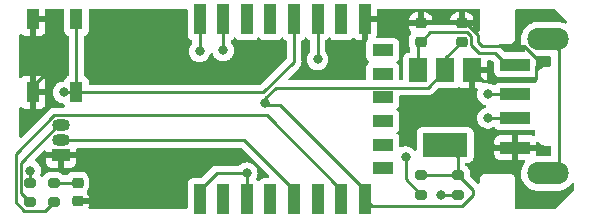
<source format=gbr>
%TF.GenerationSoftware,KiCad,Pcbnew,6.0.1-79c1e3a40b~116~ubuntu20.04.1*%
%TF.CreationDate,2022-01-17T20:19:09+01:00*%
%TF.ProjectId,usb,7573622e-6b69-4636-9164-5f7063625858,rev?*%
%TF.SameCoordinates,Original*%
%TF.FileFunction,Copper,L1,Top*%
%TF.FilePolarity,Positive*%
%FSLAX46Y46*%
G04 Gerber Fmt 4.6, Leading zero omitted, Abs format (unit mm)*
G04 Created by KiCad (PCBNEW 6.0.1-79c1e3a40b~116~ubuntu20.04.1) date 2022-01-17 20:19:09*
%MOMM*%
%LPD*%
G01*
G04 APERTURE LIST*
G04 Aperture macros list*
%AMRoundRect*
0 Rectangle with rounded corners*
0 $1 Rounding radius*
0 $2 $3 $4 $5 $6 $7 $8 $9 X,Y pos of 4 corners*
0 Add a 4 corners polygon primitive as box body*
4,1,4,$2,$3,$4,$5,$6,$7,$8,$9,$2,$3,0*
0 Add four circle primitives for the rounded corners*
1,1,$1+$1,$2,$3*
1,1,$1+$1,$4,$5*
1,1,$1+$1,$6,$7*
1,1,$1+$1,$8,$9*
0 Add four rect primitives between the rounded corners*
20,1,$1+$1,$2,$3,$4,$5,0*
20,1,$1+$1,$4,$5,$6,$7,0*
20,1,$1+$1,$6,$7,$8,$9,0*
20,1,$1+$1,$8,$9,$2,$3,0*%
G04 Aperture macros list end*
%TA.AperFunction,SMDPad,CuDef*%
%ADD10R,1.000000X2.500000*%
%TD*%
%TA.AperFunction,SMDPad,CuDef*%
%ADD11R,1.800000X1.000000*%
%TD*%
%TA.AperFunction,SMDPad,CuDef*%
%ADD12RoundRect,0.200000X0.275000X-0.200000X0.275000X0.200000X-0.275000X0.200000X-0.275000X-0.200000X0*%
%TD*%
%TA.AperFunction,ComponentPad*%
%ADD13R,1.500000X1.050000*%
%TD*%
%TA.AperFunction,ComponentPad*%
%ADD14O,1.500000X1.050000*%
%TD*%
%TA.AperFunction,SMDPad,CuDef*%
%ADD15RoundRect,0.218750X0.256250X-0.218750X0.256250X0.218750X-0.256250X0.218750X-0.256250X-0.218750X0*%
%TD*%
%TA.AperFunction,SMDPad,CuDef*%
%ADD16RoundRect,0.225000X0.250000X-0.225000X0.250000X0.225000X-0.250000X0.225000X-0.250000X-0.225000X0*%
%TD*%
%TA.AperFunction,SMDPad,CuDef*%
%ADD17R,1.500000X2.000000*%
%TD*%
%TA.AperFunction,SMDPad,CuDef*%
%ADD18R,3.800000X2.000000*%
%TD*%
%TA.AperFunction,SMDPad,CuDef*%
%ADD19R,2.500000X1.100000*%
%TD*%
%TA.AperFunction,ComponentPad*%
%ADD20O,3.500000X1.900000*%
%TD*%
%TA.AperFunction,SMDPad,CuDef*%
%ADD21R,1.100000X1.800000*%
%TD*%
%TA.AperFunction,ViaPad*%
%ADD22C,0.800000*%
%TD*%
%TA.AperFunction,Conductor*%
%ADD23C,0.250000*%
%TD*%
G04 APERTURE END LIST*
D10*
%TO.P,U2,1,~{RST}*%
%TO.N,Net-(R1-Pad1)*%
X115770000Y-86630000D03*
%TO.P,U2,2,ADC*%
%TO.N,unconnected-(U2-Pad2)*%
X117770000Y-86630000D03*
%TO.P,U2,3,EN*%
%TO.N,Net-(R1-Pad1)*%
X119770000Y-86630000D03*
%TO.P,U2,4,GPIO16*%
%TO.N,unconnected-(U2-Pad4)*%
X121770000Y-86630000D03*
%TO.P,U2,5,GPIO14*%
%TO.N,/SENSOR_TEMP*%
X123770000Y-86630000D03*
%TO.P,U2,6,GPIO12*%
%TO.N,unconnected-(U2-Pad6)*%
X125770000Y-86630000D03*
%TO.P,U2,7,GPIO13*%
%TO.N,/LED_FUNCION*%
X127770000Y-86630000D03*
%TO.P,U2,8,VCC*%
%TO.N,/VCC*%
X129770000Y-86630000D03*
D11*
%TO.P,U2,9,CS0*%
%TO.N,unconnected-(U2-Pad9)*%
X131270000Y-84030000D03*
%TO.P,U2,10,MISO*%
%TO.N,unconnected-(U2-Pad10)*%
X131270000Y-82030000D03*
%TO.P,U2,11,GPIO9*%
%TO.N,unconnected-(U2-Pad11)*%
X131270000Y-80030000D03*
%TO.P,U2,12,GPIO10*%
%TO.N,unconnected-(U2-Pad12)*%
X131270000Y-78030000D03*
%TO.P,U2,13,MOSI*%
%TO.N,unconnected-(U2-Pad13)*%
X131270000Y-76030000D03*
%TO.P,U2,14,SCLK*%
%TO.N,unconnected-(U2-Pad14)*%
X131270000Y-74030000D03*
D10*
%TO.P,U2,15,GND*%
%TO.N,GND*%
X129770000Y-71430000D03*
%TO.P,U2,16,GPIO15*%
%TO.N,unconnected-(U2-Pad16)*%
X127770000Y-71430000D03*
%TO.P,U2,17,GPIO2*%
%TO.N,Net-(R2-Pad1)*%
X125770000Y-71430000D03*
%TO.P,U2,18,GPIO0*%
%TO.N,/NET_BOTON*%
X123770000Y-71430000D03*
%TO.P,U2,19,GPIO4*%
%TO.N,unconnected-(U2-Pad19)*%
X121770000Y-71430000D03*
%TO.P,U2,20,GPIO5*%
%TO.N,unconnected-(U2-Pad20)*%
X119770000Y-71430000D03*
%TO.P,U2,21,GPIO3/RXD*%
%TO.N,/RX*%
X117770000Y-71430000D03*
%TO.P,U2,22,GPIO1/TXD*%
%TO.N,/TX*%
X115770000Y-71430000D03*
%TD*%
D12*
%TO.P,R1,1*%
%TO.N,Net-(R1-Pad1)*%
X137690000Y-86275000D03*
%TO.P,R1,2*%
%TO.N,/VCC*%
X137690000Y-84625000D03*
%TD*%
D13*
%TO.P,U3,1,GND*%
%TO.N,GND*%
X104050000Y-82940000D03*
D14*
%TO.P,U3,2,DQ*%
%TO.N,/SENSOR_TEMP*%
X104050000Y-81670000D03*
%TO.P,U3,3,VDD*%
%TO.N,/VCC*%
X104050000Y-80400000D03*
%TD*%
D15*
%TO.P,D1,1,K*%
%TO.N,GND*%
X105440000Y-86837500D03*
%TO.P,D1,2,A*%
%TO.N,Net-(D1-Pad2)*%
X105440000Y-85262500D03*
%TD*%
D16*
%TO.P,C1,1*%
%TO.N,/VIN*%
X134500000Y-73305000D03*
%TO.P,C1,2*%
%TO.N,GND*%
X134500000Y-71755000D03*
%TD*%
D12*
%TO.P,R4,1*%
%TO.N,/LED_FUNCION*%
X103420000Y-86915000D03*
%TO.P,R4,2*%
%TO.N,Net-(D1-Pad2)*%
X103420000Y-85265000D03*
%TD*%
D17*
%TO.P,U1,1,GND*%
%TO.N,GND*%
X138860000Y-75740000D03*
D18*
%TO.P,U1,2,VO*%
%TO.N,/VCC*%
X136560000Y-82040000D03*
D17*
X136560000Y-75740000D03*
%TO.P,U1,3,VI*%
%TO.N,/VIN*%
X134260000Y-75740000D03*
%TD*%
D19*
%TO.P,J1,1,VBUS*%
%TO.N,/VIN*%
X142500000Y-75270000D03*
%TO.P,J1,2,D-*%
%TO.N,/RX*%
X142500000Y-77770000D03*
%TO.P,J1,3,D+*%
%TO.N,/TX*%
X142500000Y-79770000D03*
%TO.P,J1,4,GND*%
%TO.N,GND*%
X142500000Y-82270000D03*
D20*
%TO.P,J1,5,Shield*%
%TO.N,unconnected-(J1-Pad5)*%
X145250000Y-84470000D03*
X145250000Y-73070000D03*
%TD*%
D12*
%TO.P,R2,1*%
%TO.N,Net-(R2-Pad1)*%
X134520000Y-86275000D03*
%TO.P,R2,2*%
%TO.N,/VCC*%
X134520000Y-84625000D03*
%TD*%
D16*
%TO.P,C2,1*%
%TO.N,/VCC*%
X137980000Y-73305000D03*
%TO.P,C2,2*%
%TO.N,GND*%
X137980000Y-71755000D03*
%TD*%
D21*
%TO.P,SW1,1,1*%
%TO.N,/NET_BOTON*%
X105350000Y-77610000D03*
X105350000Y-71410000D03*
%TO.P,SW1,2,2*%
%TO.N,GND*%
X101650000Y-71410000D03*
X101650000Y-77610000D03*
%TD*%
D12*
%TO.P,R3,1*%
%TO.N,/VCC*%
X101440000Y-86915000D03*
%TO.P,R3,2*%
%TO.N,/NET_BOTON*%
X101440000Y-85265000D03*
%TD*%
D22*
%TO.N,GND*%
X103590000Y-75110000D03*
X128080000Y-75860000D03*
X115500000Y-76270000D03*
%TO.N,/VCC*%
X121330000Y-78520000D03*
%TO.N,/RX*%
X117770000Y-74040000D03*
X140180000Y-77770000D03*
%TO.N,/TX*%
X115770000Y-74120000D03*
X140190000Y-79770000D03*
%TO.N,Net-(R1-Pad1)*%
X119770000Y-84440000D03*
X136240000Y-86270000D03*
%TO.N,/NET_BOTON*%
X101450000Y-84230000D03*
X104270000Y-77610000D03*
%TO.N,Net-(R2-Pad1)*%
X133210000Y-83080000D03*
X125770000Y-74810000D03*
%TD*%
D23*
%TO.N,/VIN*%
X134260000Y-73545000D02*
X134260000Y-75740000D01*
X142500000Y-75270000D02*
X141600000Y-75270000D01*
X141800000Y-75270000D02*
X140780000Y-74250000D01*
X138779520Y-73629520D02*
X138779520Y-72852382D01*
X140780000Y-74250000D02*
X139400000Y-74250000D01*
X134500000Y-73305000D02*
X134260000Y-73545000D01*
X138779520Y-72852382D02*
X138457618Y-72530480D01*
X139400000Y-74250000D02*
X138779520Y-73629520D01*
X135275480Y-72529520D02*
X134500000Y-73305000D01*
X138457618Y-72530480D02*
X135274520Y-72530480D01*
X142500000Y-75270000D02*
X141800000Y-75270000D01*
%TO.N,GND*%
X139650000Y-73670000D02*
X143210000Y-73670000D01*
X101650000Y-77050000D02*
X103590000Y-75110000D01*
X139770000Y-76650000D02*
X138860000Y-75740000D01*
X144230000Y-75370000D02*
X144230000Y-76510000D01*
X144390000Y-75210000D02*
X144230000Y-75370000D01*
X138317856Y-71755000D02*
X139330000Y-72767144D01*
X144090000Y-76650000D02*
X139770000Y-76650000D01*
X139330000Y-73350000D02*
X139650000Y-73670000D01*
X143210000Y-73670000D02*
X144390000Y-74850000D01*
X144390000Y-74850000D02*
X144390000Y-75210000D01*
X101650000Y-77610000D02*
X101650000Y-77050000D01*
X139330000Y-72767144D02*
X139330000Y-73350000D01*
X144230000Y-76510000D02*
X144090000Y-76650000D01*
X137980000Y-71755000D02*
X138317856Y-71755000D01*
%TO.N,/VCC*%
X137690000Y-84625000D02*
X134520000Y-84625000D01*
X129770000Y-85880000D02*
X122570000Y-78680000D01*
X136560000Y-75740000D02*
X135094511Y-77205489D01*
X122210229Y-77205489D02*
X121330000Y-78085718D01*
X137620000Y-84555000D02*
X137690000Y-84625000D01*
X137620000Y-83100000D02*
X137620000Y-84555000D01*
X100640480Y-83584520D02*
X100640480Y-86115480D01*
X121330000Y-78085718D02*
X121330000Y-78520000D01*
X136560000Y-74725000D02*
X136560000Y-75740000D01*
X138920000Y-86261783D02*
X137981783Y-87200000D01*
X121490000Y-78680000D02*
X121330000Y-78520000D01*
X137981783Y-87200000D02*
X130340000Y-87200000D01*
X136560000Y-82040000D02*
X137620000Y-83100000D01*
X137690000Y-84625000D02*
X138920000Y-85855000D01*
X100640480Y-86115480D02*
X101440000Y-86915000D01*
X135094511Y-77205489D02*
X122210229Y-77205489D01*
X137980000Y-73305000D02*
X136560000Y-74725000D01*
X104050000Y-80400000D02*
X103825000Y-80400000D01*
X103825000Y-80400000D02*
X100640480Y-83584520D01*
X138920000Y-85855000D02*
X138920000Y-86261783D01*
X129770000Y-86630000D02*
X129770000Y-85880000D01*
X122570000Y-78680000D02*
X121490000Y-78680000D01*
X130340000Y-87200000D02*
X129770000Y-86630000D01*
%TO.N,Net-(D1-Pad2)*%
X103420000Y-85265000D02*
X105437500Y-85265000D01*
X105437500Y-85265000D02*
X105440000Y-85262500D01*
%TO.N,/RX*%
X142500000Y-77770000D02*
X140180000Y-77770000D01*
X117770000Y-71430000D02*
X117770000Y-74040000D01*
%TO.N,/TX*%
X142500000Y-79770000D02*
X140190000Y-79770000D01*
X115770000Y-71430000D02*
X115770000Y-74120000D01*
%TO.N,unconnected-(J1-Pad5)*%
X146174521Y-83545479D02*
X145250000Y-84470000D01*
X145250000Y-73070000D02*
X146174521Y-73994521D01*
X146174521Y-73994521D02*
X146174521Y-83545479D01*
%TO.N,Net-(R1-Pad1)*%
X136245000Y-86275000D02*
X136240000Y-86270000D01*
X117210000Y-84440000D02*
X115770000Y-85880000D01*
X137690000Y-86275000D02*
X136245000Y-86275000D01*
X119770000Y-86630000D02*
X119770000Y-84440000D01*
X119770000Y-84440000D02*
X117210000Y-84440000D01*
X115770000Y-85880000D02*
X115770000Y-86630000D01*
%TO.N,/NET_BOTON*%
X123770000Y-71430000D02*
X123770000Y-75010000D01*
X121170000Y-77610000D02*
X105350000Y-77610000D01*
X123770000Y-75010000D02*
X121170000Y-77610000D01*
X101440000Y-84240000D02*
X101450000Y-84230000D01*
X101440000Y-85265000D02*
X101440000Y-84240000D01*
X105350000Y-77610000D02*
X105350000Y-71410000D01*
X105350000Y-77610000D02*
X104270000Y-77610000D01*
%TO.N,/LED_FUNCION*%
X102695480Y-87639520D02*
X103420000Y-86915000D01*
X100190960Y-82832638D02*
X100190960Y-86905940D01*
X103473118Y-79550480D02*
X100190960Y-82832638D01*
X127770000Y-85880000D02*
X121440480Y-79550480D01*
X100924540Y-87639520D02*
X102695480Y-87639520D01*
X121440480Y-79550480D02*
X103473118Y-79550480D01*
X100190960Y-86905940D02*
X100924540Y-87639520D01*
X127770000Y-86630000D02*
X127770000Y-85880000D01*
%TO.N,/SENSOR_TEMP*%
X123770000Y-85880000D02*
X119560000Y-81670000D01*
X119560000Y-81670000D02*
X104050000Y-81670000D01*
X123770000Y-86630000D02*
X123770000Y-85880000D01*
%TO.N,Net-(R2-Pad1)*%
X125770000Y-71430000D02*
X125770000Y-74810000D01*
X134520000Y-86275000D02*
X133210000Y-84965000D01*
X133210000Y-84965000D02*
X133210000Y-83080000D01*
%TD*%
%TA.AperFunction,Conductor*%
%TO.N,GND*%
G36*
X119313527Y-82323502D02*
G01*
X119334501Y-82340405D01*
X121650500Y-84656405D01*
X121684526Y-84718717D01*
X121679461Y-84789533D01*
X121636914Y-84846368D01*
X121570394Y-84871179D01*
X121561405Y-84871500D01*
X121221866Y-84871500D01*
X121159684Y-84878255D01*
X121023295Y-84929385D01*
X120906739Y-85016739D01*
X120870824Y-85064660D01*
X120813967Y-85107173D01*
X120743149Y-85112199D01*
X120680855Y-85078139D01*
X120669183Y-85064670D01*
X120633261Y-85016739D01*
X120619959Y-85006770D01*
X120577445Y-84949913D01*
X120572418Y-84879094D01*
X120586405Y-84842944D01*
X120601223Y-84817279D01*
X120601224Y-84817277D01*
X120604527Y-84811556D01*
X120663542Y-84629928D01*
X120667850Y-84588945D01*
X120682814Y-84446565D01*
X120683504Y-84440000D01*
X120677675Y-84384542D01*
X120664232Y-84256635D01*
X120664232Y-84256633D01*
X120663542Y-84250072D01*
X120604527Y-84068444D01*
X120509040Y-83903056D01*
X120492881Y-83885109D01*
X120385675Y-83766045D01*
X120385674Y-83766044D01*
X120381253Y-83761134D01*
X120262012Y-83674500D01*
X120232094Y-83652763D01*
X120232093Y-83652762D01*
X120226752Y-83648882D01*
X120220724Y-83646198D01*
X120220722Y-83646197D01*
X120058319Y-83573891D01*
X120058318Y-83573891D01*
X120052288Y-83571206D01*
X119957857Y-83551134D01*
X119871944Y-83532872D01*
X119871939Y-83532872D01*
X119865487Y-83531500D01*
X119674513Y-83531500D01*
X119668061Y-83532872D01*
X119668056Y-83532872D01*
X119582143Y-83551134D01*
X119487712Y-83571206D01*
X119481682Y-83573891D01*
X119481681Y-83573891D01*
X119319278Y-83646197D01*
X119319276Y-83646198D01*
X119313248Y-83648882D01*
X119307907Y-83652762D01*
X119307906Y-83652763D01*
X119210894Y-83723247D01*
X119158747Y-83761134D01*
X119154332Y-83766037D01*
X119149420Y-83770460D01*
X119148295Y-83769211D01*
X119094986Y-83802051D01*
X119061800Y-83806500D01*
X117288768Y-83806500D01*
X117277585Y-83805973D01*
X117270092Y-83804298D01*
X117262166Y-83804547D01*
X117262165Y-83804547D01*
X117202002Y-83806438D01*
X117198044Y-83806500D01*
X117170144Y-83806500D01*
X117166154Y-83807004D01*
X117154320Y-83807936D01*
X117110111Y-83809326D01*
X117102495Y-83811539D01*
X117102493Y-83811539D01*
X117090652Y-83814979D01*
X117071293Y-83818988D01*
X117069983Y-83819154D01*
X117051203Y-83821526D01*
X117043837Y-83824442D01*
X117043831Y-83824444D01*
X117010098Y-83837800D01*
X116998868Y-83841645D01*
X116964017Y-83851770D01*
X116956407Y-83853981D01*
X116949584Y-83858016D01*
X116938966Y-83864295D01*
X116921213Y-83872992D01*
X116916253Y-83874956D01*
X116902383Y-83880448D01*
X116895968Y-83885109D01*
X116866612Y-83906437D01*
X116856695Y-83912951D01*
X116818638Y-83935458D01*
X116804317Y-83949779D01*
X116789284Y-83962619D01*
X116772893Y-83974528D01*
X116767843Y-83980632D01*
X116767838Y-83980637D01*
X116744707Y-84008598D01*
X116736717Y-84017379D01*
X115919499Y-84834596D01*
X115857187Y-84868621D01*
X115830404Y-84871500D01*
X115221866Y-84871500D01*
X115159684Y-84878255D01*
X115023295Y-84929385D01*
X114906739Y-85016739D01*
X114819385Y-85133295D01*
X114768255Y-85269684D01*
X114761500Y-85331866D01*
X114761500Y-87366000D01*
X114741498Y-87434121D01*
X114687842Y-87480614D01*
X114635500Y-87492000D01*
X106491970Y-87492000D01*
X106423849Y-87471998D01*
X106377356Y-87418342D01*
X106367252Y-87348068D01*
X106372377Y-87326333D01*
X106410579Y-87211157D01*
X106413445Y-87197790D01*
X106422614Y-87108300D01*
X106418525Y-87094376D01*
X106417135Y-87093171D01*
X106409452Y-87091500D01*
X105312000Y-87091500D01*
X105243879Y-87071498D01*
X105197386Y-87017842D01*
X105186000Y-86965500D01*
X105186000Y-86709500D01*
X105206002Y-86641379D01*
X105259658Y-86594886D01*
X105312000Y-86583500D01*
X106404885Y-86583500D01*
X106420124Y-86579025D01*
X106421329Y-86577635D01*
X106422842Y-86570679D01*
X106422663Y-86567218D01*
X106413196Y-86475979D01*
X106410303Y-86462583D01*
X106361170Y-86315313D01*
X106354996Y-86302134D01*
X106273530Y-86170486D01*
X106264494Y-86159085D01*
X106244842Y-86139467D01*
X106210763Y-86077184D01*
X106215766Y-86006364D01*
X106244686Y-85961277D01*
X106265692Y-85940234D01*
X106270864Y-85935053D01*
X106359849Y-85790692D01*
X106413238Y-85629731D01*
X106423500Y-85529572D01*
X106423500Y-84995428D01*
X106423152Y-84992068D01*
X106417722Y-84939739D01*
X106412978Y-84894018D01*
X106359308Y-84733151D01*
X106270071Y-84588945D01*
X106236476Y-84555408D01*
X106173371Y-84492413D01*
X106150053Y-84469136D01*
X106005692Y-84380151D01*
X105970162Y-84368366D01*
X105851262Y-84328928D01*
X105851260Y-84328928D01*
X105844731Y-84326762D01*
X105744572Y-84316500D01*
X105135428Y-84316500D01*
X105132182Y-84316837D01*
X105132178Y-84316837D01*
X105098397Y-84320342D01*
X105034018Y-84327022D01*
X104873151Y-84380692D01*
X104728945Y-84469929D01*
X104609136Y-84589947D01*
X104607947Y-84588760D01*
X104557317Y-84624655D01*
X104516353Y-84631500D01*
X104315710Y-84631500D01*
X104247589Y-84611498D01*
X104226615Y-84594595D01*
X104135381Y-84503361D01*
X103988699Y-84414528D01*
X103981452Y-84412257D01*
X103981450Y-84412256D01*
X103891262Y-84383993D01*
X103825062Y-84363247D01*
X103751635Y-84356500D01*
X103748737Y-84356500D01*
X103419140Y-84356501D01*
X103088366Y-84356501D01*
X103085508Y-84356764D01*
X103085499Y-84356764D01*
X103049996Y-84360026D01*
X103014938Y-84363247D01*
X103008560Y-84365246D01*
X103008559Y-84365246D01*
X102858550Y-84412256D01*
X102858548Y-84412257D01*
X102851301Y-84414528D01*
X102704619Y-84503361D01*
X102583361Y-84624619D01*
X102579424Y-84631120D01*
X102537776Y-84699889D01*
X102485379Y-84747796D01*
X102415399Y-84759769D01*
X102350055Y-84732008D01*
X102322224Y-84699889D01*
X102306779Y-84674386D01*
X102288600Y-84605756D01*
X102294722Y-84570179D01*
X102298519Y-84558494D01*
X102343542Y-84419928D01*
X102344349Y-84412256D01*
X102362814Y-84236565D01*
X102363504Y-84230000D01*
X102353892Y-84138550D01*
X102344232Y-84046635D01*
X102344232Y-84046633D01*
X102343542Y-84040072D01*
X102284527Y-83858444D01*
X102270002Y-83833285D01*
X102198447Y-83709349D01*
X102189040Y-83693056D01*
X102159186Y-83659899D01*
X102065675Y-83556045D01*
X102065674Y-83556044D01*
X102061253Y-83551134D01*
X102004181Y-83509669D01*
X102792001Y-83509669D01*
X102792371Y-83516490D01*
X102797895Y-83567352D01*
X102801521Y-83582604D01*
X102846676Y-83703054D01*
X102855214Y-83718649D01*
X102931715Y-83820724D01*
X102944276Y-83833285D01*
X103046351Y-83909786D01*
X103061946Y-83918324D01*
X103182394Y-83963478D01*
X103197649Y-83967105D01*
X103248514Y-83972631D01*
X103255328Y-83973000D01*
X103777885Y-83973000D01*
X103793124Y-83968525D01*
X103794329Y-83967135D01*
X103796000Y-83959452D01*
X103796000Y-83954884D01*
X104304000Y-83954884D01*
X104308475Y-83970123D01*
X104309865Y-83971328D01*
X104317548Y-83972999D01*
X104844669Y-83972999D01*
X104851490Y-83972629D01*
X104902352Y-83967105D01*
X104917604Y-83963479D01*
X105038054Y-83918324D01*
X105053649Y-83909786D01*
X105155724Y-83833285D01*
X105168285Y-83820724D01*
X105244786Y-83718649D01*
X105253324Y-83703054D01*
X105298478Y-83582606D01*
X105302105Y-83567351D01*
X105307631Y-83516486D01*
X105308000Y-83509672D01*
X105308000Y-83212115D01*
X105303525Y-83196876D01*
X105302135Y-83195671D01*
X105294452Y-83194000D01*
X104322115Y-83194000D01*
X104306876Y-83198475D01*
X104305671Y-83199865D01*
X104304000Y-83207548D01*
X104304000Y-83954884D01*
X103796000Y-83954884D01*
X103796000Y-83212115D01*
X103791525Y-83196876D01*
X103790135Y-83195671D01*
X103782452Y-83194000D01*
X102810116Y-83194000D01*
X102794877Y-83198475D01*
X102793672Y-83199865D01*
X102792001Y-83207548D01*
X102792001Y-83509669D01*
X102004181Y-83509669D01*
X101932073Y-83457279D01*
X101912090Y-83442760D01*
X101912088Y-83442759D01*
X101906752Y-83438882D01*
X101904829Y-83438026D01*
X101856986Y-83387849D01*
X101843551Y-83318135D01*
X101869938Y-83252225D01*
X101879885Y-83241019D01*
X102576905Y-82543999D01*
X102639217Y-82509973D01*
X102710032Y-82515038D01*
X102766868Y-82557585D01*
X102791679Y-82624105D01*
X102792000Y-82633094D01*
X102792000Y-82667885D01*
X102796475Y-82683124D01*
X102797865Y-82684329D01*
X102805548Y-82686000D01*
X103603758Y-82686000D01*
X103617803Y-82686785D01*
X103766817Y-82703500D01*
X104326004Y-82703500D01*
X104476713Y-82688723D01*
X104479002Y-82688032D01*
X104499724Y-82686000D01*
X105289884Y-82686000D01*
X105305123Y-82681525D01*
X105306328Y-82680135D01*
X105307999Y-82672452D01*
X105307999Y-82429500D01*
X105328001Y-82361379D01*
X105381657Y-82314886D01*
X105433999Y-82303500D01*
X119245406Y-82303500D01*
X119313527Y-82323502D01*
G37*
%TD.AperFunction*%
%TA.AperFunction,Conductor*%
G36*
X140533527Y-74903502D02*
G01*
X140554501Y-74920405D01*
X140704595Y-75070499D01*
X140738621Y-75132811D01*
X140741500Y-75159594D01*
X140741500Y-75868134D01*
X140748255Y-75930316D01*
X140799385Y-76066705D01*
X140886739Y-76183261D01*
X141003295Y-76270615D01*
X141139684Y-76321745D01*
X141201866Y-76328500D01*
X143798134Y-76328500D01*
X143860316Y-76321745D01*
X143996705Y-76270615D01*
X144003892Y-76265229D01*
X144008595Y-76262654D01*
X144077952Y-76247484D01*
X144144501Y-76272219D01*
X144187112Y-76329007D01*
X144194416Y-76386343D01*
X144187058Y-76456351D01*
X144186404Y-76462575D01*
X144204577Y-76662256D01*
X144190832Y-76731907D01*
X144141611Y-76783072D01*
X144072542Y-76799503D01*
X144012489Y-76777748D01*
X144011760Y-76779079D01*
X144003892Y-76774771D01*
X143996705Y-76769385D01*
X143860316Y-76718255D01*
X143798134Y-76711500D01*
X141201866Y-76711500D01*
X141139684Y-76718255D01*
X141003295Y-76769385D01*
X140886739Y-76856739D01*
X140881358Y-76863919D01*
X140881357Y-76863920D01*
X140813790Y-76954074D01*
X140756930Y-76996589D01*
X140686112Y-77001615D01*
X140648557Y-76984772D01*
X140647811Y-76986064D01*
X140642093Y-76982763D01*
X140636752Y-76978882D01*
X140630724Y-76976198D01*
X140630722Y-76976197D01*
X140468319Y-76903891D01*
X140468318Y-76903891D01*
X140462288Y-76901206D01*
X140368888Y-76881353D01*
X140281944Y-76862872D01*
X140281939Y-76862872D01*
X140275487Y-76861500D01*
X140244000Y-76861500D01*
X140175879Y-76841498D01*
X140129386Y-76787842D01*
X140118000Y-76735500D01*
X140118000Y-76012115D01*
X140113525Y-75996876D01*
X140112135Y-75995671D01*
X140104452Y-75994000D01*
X139132115Y-75994000D01*
X139116876Y-75998475D01*
X139115671Y-75999865D01*
X139114000Y-76007548D01*
X139114000Y-77229884D01*
X139118475Y-77245123D01*
X139119865Y-77246328D01*
X139127548Y-77247999D01*
X139220932Y-77247999D01*
X139289053Y-77268001D01*
X139335546Y-77321657D01*
X139345650Y-77391931D01*
X139340767Y-77412928D01*
X139286458Y-77580072D01*
X139285768Y-77586633D01*
X139285768Y-77586635D01*
X139270433Y-77732537D01*
X139266496Y-77770000D01*
X139267186Y-77776565D01*
X139281489Y-77912647D01*
X139286458Y-77959928D01*
X139345473Y-78141556D01*
X139348776Y-78147278D01*
X139348777Y-78147279D01*
X139355887Y-78159593D01*
X139440960Y-78306944D01*
X139445378Y-78311851D01*
X139445379Y-78311852D01*
X139564325Y-78443955D01*
X139568747Y-78448866D01*
X139723248Y-78561118D01*
X139729276Y-78563802D01*
X139729278Y-78563803D01*
X139891681Y-78636109D01*
X139897712Y-78638794D01*
X139904167Y-78640166D01*
X139904176Y-78640169D01*
X139940157Y-78647817D01*
X140002630Y-78681545D01*
X140036951Y-78743695D01*
X140032223Y-78814534D01*
X139989947Y-78871571D01*
X139940155Y-78894310D01*
X139914170Y-78899833D01*
X139914167Y-78899834D01*
X139907712Y-78901206D01*
X139901682Y-78903891D01*
X139901681Y-78903891D01*
X139739278Y-78976197D01*
X139739276Y-78976198D01*
X139733248Y-78978882D01*
X139727907Y-78982762D01*
X139727906Y-78982763D01*
X139710253Y-78995589D01*
X139578747Y-79091134D01*
X139574326Y-79096044D01*
X139574325Y-79096045D01*
X139562045Y-79109684D01*
X139450960Y-79233056D01*
X139355473Y-79398444D01*
X139296458Y-79580072D01*
X139276496Y-79770000D01*
X139296458Y-79959928D01*
X139355473Y-80141556D01*
X139358776Y-80147278D01*
X139358777Y-80147279D01*
X139380028Y-80184087D01*
X139450960Y-80306944D01*
X139455378Y-80311851D01*
X139455379Y-80311852D01*
X139574325Y-80443955D01*
X139578747Y-80448866D01*
X139614935Y-80475158D01*
X139727067Y-80556627D01*
X139733248Y-80561118D01*
X139739276Y-80563802D01*
X139739278Y-80563803D01*
X139901681Y-80636109D01*
X139907712Y-80638794D01*
X139997269Y-80657830D01*
X140088056Y-80677128D01*
X140088061Y-80677128D01*
X140094513Y-80678500D01*
X140285487Y-80678500D01*
X140291939Y-80677128D01*
X140291944Y-80677128D01*
X140382731Y-80657830D01*
X140472288Y-80638794D01*
X140478319Y-80636109D01*
X140640722Y-80563803D01*
X140640724Y-80563802D01*
X140646752Y-80561118D01*
X140652094Y-80557237D01*
X140653150Y-80556627D01*
X140722145Y-80539888D01*
X140789237Y-80563107D01*
X140816977Y-80590178D01*
X140886739Y-80683261D01*
X141003295Y-80770615D01*
X141139684Y-80821745D01*
X141201866Y-80828500D01*
X143798134Y-80828500D01*
X143860316Y-80821745D01*
X143996705Y-80770615D01*
X144004876Y-80764491D01*
X144006019Y-80764064D01*
X144011760Y-80760921D01*
X144012214Y-80761750D01*
X144071379Y-80739642D01*
X144140762Y-80754693D01*
X144190994Y-80804865D01*
X144205752Y-80878486D01*
X144187048Y-81056446D01*
X144186404Y-81062575D01*
X144194672Y-81153414D01*
X144194922Y-81156166D01*
X144181177Y-81225819D01*
X144131956Y-81276984D01*
X144062887Y-81293415D01*
X144008932Y-81278106D01*
X143988058Y-81266677D01*
X143867606Y-81221522D01*
X143852351Y-81217895D01*
X143801486Y-81212369D01*
X143794672Y-81212000D01*
X142772115Y-81212000D01*
X142756876Y-81216475D01*
X142755671Y-81217865D01*
X142754000Y-81225548D01*
X142754000Y-81997885D01*
X142758475Y-82013124D01*
X142759865Y-82014329D01*
X142767548Y-82016000D01*
X144239884Y-82016000D01*
X144255123Y-82011525D01*
X144256328Y-82010135D01*
X144257999Y-82002452D01*
X144257999Y-81883334D01*
X144278001Y-81815213D01*
X144331657Y-81768720D01*
X144401931Y-81758616D01*
X144466511Y-81788110D01*
X144482197Y-81804384D01*
X144490071Y-81814177D01*
X144649089Y-81947609D01*
X144654481Y-81950573D01*
X144654485Y-81950576D01*
X144773491Y-82016000D01*
X144830995Y-82047613D01*
X145028861Y-82110379D01*
X145034978Y-82111065D01*
X145034982Y-82111066D01*
X145111598Y-82119659D01*
X145190413Y-82128500D01*
X145302237Y-82128500D01*
X145305292Y-82128200D01*
X145305301Y-82128200D01*
X145402725Y-82118647D01*
X145472473Y-82131906D01*
X145523980Y-82180769D01*
X145541021Y-82244046D01*
X145541021Y-82885500D01*
X145521019Y-82953621D01*
X145467363Y-83000114D01*
X145415021Y-83011500D01*
X144389197Y-83011500D01*
X144387822Y-83011613D01*
X144319110Y-82994467D01*
X144270453Y-82942766D01*
X144258066Y-82874916D01*
X144257447Y-82874883D01*
X144257587Y-82872296D01*
X144257559Y-82872142D01*
X144257632Y-82871474D01*
X144258000Y-82864672D01*
X144258000Y-82542115D01*
X144253525Y-82526876D01*
X144252135Y-82525671D01*
X144244452Y-82524000D01*
X142772115Y-82524000D01*
X142756876Y-82528475D01*
X142755671Y-82529865D01*
X142754000Y-82537548D01*
X142754000Y-83309884D01*
X142758475Y-83325123D01*
X142759865Y-83326328D01*
X142767548Y-83327999D01*
X143233244Y-83327999D01*
X143301365Y-83348001D01*
X143347858Y-83401657D01*
X143357962Y-83471931D01*
X143332126Y-83532091D01*
X143231021Y-83660112D01*
X143115113Y-83870078D01*
X143078125Y-83974528D01*
X143046895Y-84062721D01*
X143035055Y-84096155D01*
X143034148Y-84101248D01*
X143034147Y-84101251D01*
X142993978Y-84326762D01*
X142992996Y-84332273D01*
X142992933Y-84337437D01*
X142990653Y-84524078D01*
X142990066Y-84572089D01*
X143026343Y-84809163D01*
X143100854Y-85037129D01*
X143211597Y-85249864D01*
X143214700Y-85253997D01*
X143214702Y-85254000D01*
X143347067Y-85430293D01*
X143355598Y-85441655D01*
X143378602Y-85463638D01*
X143507956Y-85587251D01*
X143528990Y-85607352D01*
X143727117Y-85742505D01*
X143786847Y-85770231D01*
X143915847Y-85830111D01*
X143944656Y-85843484D01*
X144175768Y-85907576D01*
X144278004Y-85918502D01*
X144368222Y-85928144D01*
X144368230Y-85928144D01*
X144371557Y-85928500D01*
X146110803Y-85928500D01*
X146113376Y-85928288D01*
X146113387Y-85928288D01*
X146283876Y-85914271D01*
X146283882Y-85914270D01*
X146289027Y-85913847D01*
X146405331Y-85884634D01*
X146516625Y-85856679D01*
X146516629Y-85856678D01*
X146521636Y-85855420D01*
X146526366Y-85853364D01*
X146526373Y-85853361D01*
X146736841Y-85761847D01*
X146736844Y-85761845D01*
X146741578Y-85759787D01*
X146745912Y-85756983D01*
X146745916Y-85756981D01*
X146938604Y-85632325D01*
X146938607Y-85632323D01*
X146942947Y-85629515D01*
X146950233Y-85622886D01*
X147116513Y-85471582D01*
X147116514Y-85471580D01*
X147120335Y-85468104D01*
X147123534Y-85464053D01*
X147123538Y-85464049D01*
X147235619Y-85322129D01*
X147267119Y-85282243D01*
X147325035Y-85241181D01*
X147395958Y-85237949D01*
X147457370Y-85273574D01*
X147489772Y-85336745D01*
X147492000Y-85360336D01*
X147492000Y-85737390D01*
X147471998Y-85805511D01*
X147455095Y-85826485D01*
X145826485Y-87455095D01*
X145764173Y-87489121D01*
X145737390Y-87492000D01*
X142634000Y-87492000D01*
X142565879Y-87471998D01*
X142519386Y-87418342D01*
X142508000Y-87366000D01*
X142508000Y-85008702D01*
X142508002Y-85007932D01*
X142508356Y-84949913D01*
X142508476Y-84930348D01*
X142506010Y-84921719D01*
X142506009Y-84921714D01*
X142500361Y-84901952D01*
X142496783Y-84885191D01*
X142493870Y-84864848D01*
X142493867Y-84864838D01*
X142492595Y-84855955D01*
X142481979Y-84832605D01*
X142475536Y-84815093D01*
X142470954Y-84799063D01*
X142468488Y-84790435D01*
X142452726Y-84765452D01*
X142444596Y-84750386D01*
X142432367Y-84723490D01*
X142415626Y-84704061D01*
X142404521Y-84689053D01*
X142395630Y-84674961D01*
X142390840Y-84667369D01*
X142368703Y-84647818D01*
X142356659Y-84635626D01*
X142343239Y-84620051D01*
X142343237Y-84620050D01*
X142337381Y-84613253D01*
X142329853Y-84608374D01*
X142329850Y-84608371D01*
X142315861Y-84599304D01*
X142300987Y-84588014D01*
X142289800Y-84578134D01*
X142281772Y-84571044D01*
X142273646Y-84567229D01*
X142273645Y-84567228D01*
X142267979Y-84564568D01*
X142255034Y-84558490D01*
X142240065Y-84550176D01*
X142215273Y-84534107D01*
X142190709Y-84526761D01*
X142173264Y-84520099D01*
X142168827Y-84518016D01*
X142150052Y-84509201D01*
X142120870Y-84504657D01*
X142104151Y-84500874D01*
X142084464Y-84494986D01*
X142084461Y-84494985D01*
X142075859Y-84492413D01*
X142066884Y-84492358D01*
X142066883Y-84492358D01*
X142060190Y-84492317D01*
X142041444Y-84492203D01*
X142040672Y-84492170D01*
X142039577Y-84492000D01*
X142008702Y-84492000D01*
X142007932Y-84491998D01*
X141934284Y-84491548D01*
X141934283Y-84491548D01*
X141930348Y-84491524D01*
X141929004Y-84491908D01*
X141927659Y-84492000D01*
X140008702Y-84492000D01*
X140007932Y-84491998D01*
X140007078Y-84491993D01*
X139930348Y-84491524D01*
X139921719Y-84493990D01*
X139921714Y-84493991D01*
X139901952Y-84499639D01*
X139885191Y-84503217D01*
X139864848Y-84506130D01*
X139864838Y-84506133D01*
X139855955Y-84507405D01*
X139832605Y-84518021D01*
X139815093Y-84524464D01*
X139807057Y-84526761D01*
X139790435Y-84531512D01*
X139765452Y-84547274D01*
X139750386Y-84555404D01*
X139723490Y-84567633D01*
X139704061Y-84584374D01*
X139689053Y-84595479D01*
X139667369Y-84609160D01*
X139661427Y-84615888D01*
X139647819Y-84631296D01*
X139635626Y-84643341D01*
X139620465Y-84656405D01*
X139613253Y-84662619D01*
X139608374Y-84670147D01*
X139608371Y-84670150D01*
X139599304Y-84684139D01*
X139588014Y-84699013D01*
X139571044Y-84718228D01*
X139558490Y-84744966D01*
X139550176Y-84759935D01*
X139534107Y-84784727D01*
X139531535Y-84793327D01*
X139526761Y-84809290D01*
X139520099Y-84826736D01*
X139509201Y-84849948D01*
X139505788Y-84871869D01*
X139504658Y-84879128D01*
X139500874Y-84895849D01*
X139494986Y-84915536D01*
X139494985Y-84915539D01*
X139492413Y-84924141D01*
X139492256Y-84949913D01*
X139492203Y-84958546D01*
X139492170Y-84959328D01*
X139492000Y-84960423D01*
X139492000Y-84991298D01*
X139491998Y-84992068D01*
X139491555Y-85064658D01*
X139491524Y-85069652D01*
X139491908Y-85070996D01*
X139492000Y-85072341D01*
X139492000Y-85226905D01*
X139471998Y-85295026D01*
X139418342Y-85341519D01*
X139348068Y-85351623D01*
X139283488Y-85322129D01*
X139276904Y-85316000D01*
X139002625Y-85041720D01*
X138710404Y-84749499D01*
X138676379Y-84687187D01*
X138673500Y-84660404D01*
X138673499Y-84371249D01*
X138673499Y-84368366D01*
X138673213Y-84365246D01*
X138669876Y-84328928D01*
X138666753Y-84294938D01*
X138615472Y-84131301D01*
X138526639Y-83984619D01*
X138405381Y-83863361D01*
X138314229Y-83808158D01*
X138266322Y-83755761D01*
X138253500Y-83700382D01*
X138253500Y-83674500D01*
X138273502Y-83606379D01*
X138327158Y-83559886D01*
X138379500Y-83548500D01*
X138508134Y-83548500D01*
X138570316Y-83541745D01*
X138706705Y-83490615D01*
X138823261Y-83403261D01*
X138910615Y-83286705D01*
X138961745Y-83150316D01*
X138968500Y-83088134D01*
X138968500Y-82864669D01*
X140742001Y-82864669D01*
X140742371Y-82871490D01*
X140747895Y-82922352D01*
X140751521Y-82937604D01*
X140796676Y-83058054D01*
X140805214Y-83073649D01*
X140881715Y-83175724D01*
X140894276Y-83188285D01*
X140996351Y-83264786D01*
X141011946Y-83273324D01*
X141132394Y-83318478D01*
X141147649Y-83322105D01*
X141198514Y-83327631D01*
X141205328Y-83328000D01*
X142227885Y-83328000D01*
X142243124Y-83323525D01*
X142244329Y-83322135D01*
X142246000Y-83314452D01*
X142246000Y-82542115D01*
X142241525Y-82526876D01*
X142240135Y-82525671D01*
X142232452Y-82524000D01*
X140760116Y-82524000D01*
X140744877Y-82528475D01*
X140743672Y-82529865D01*
X140742001Y-82537548D01*
X140742001Y-82864669D01*
X138968500Y-82864669D01*
X138968500Y-81997885D01*
X140742000Y-81997885D01*
X140746475Y-82013124D01*
X140747865Y-82014329D01*
X140755548Y-82016000D01*
X142227885Y-82016000D01*
X142243124Y-82011525D01*
X142244329Y-82010135D01*
X142246000Y-82002452D01*
X142246000Y-81230116D01*
X142241525Y-81214877D01*
X142240135Y-81213672D01*
X142232452Y-81212001D01*
X141205331Y-81212001D01*
X141198510Y-81212371D01*
X141147648Y-81217895D01*
X141132396Y-81221521D01*
X141011946Y-81266676D01*
X140996351Y-81275214D01*
X140894276Y-81351715D01*
X140881715Y-81364276D01*
X140805214Y-81466351D01*
X140796676Y-81481946D01*
X140751522Y-81602394D01*
X140747895Y-81617649D01*
X140742369Y-81668514D01*
X140742000Y-81675328D01*
X140742000Y-81997885D01*
X138968500Y-81997885D01*
X138968500Y-80991866D01*
X138961745Y-80929684D01*
X138910615Y-80793295D01*
X138823261Y-80676739D01*
X138706705Y-80589385D01*
X138570316Y-80538255D01*
X138508134Y-80531500D01*
X134611866Y-80531500D01*
X134549684Y-80538255D01*
X134413295Y-80589385D01*
X134296739Y-80676739D01*
X134209385Y-80793295D01*
X134158255Y-80929684D01*
X134151500Y-80991866D01*
X134151500Y-82439670D01*
X134131498Y-82507791D01*
X134077842Y-82554284D01*
X134007568Y-82564388D01*
X133942988Y-82534894D01*
X133931864Y-82523980D01*
X133825675Y-82406045D01*
X133825674Y-82406044D01*
X133821253Y-82401134D01*
X133666752Y-82288882D01*
X133660724Y-82286198D01*
X133660722Y-82286197D01*
X133498319Y-82213891D01*
X133498318Y-82213891D01*
X133492288Y-82211206D01*
X133393496Y-82190207D01*
X133311944Y-82172872D01*
X133311939Y-82172872D01*
X133305487Y-82171500D01*
X133114513Y-82171500D01*
X133108061Y-82172872D01*
X133108056Y-82172872D01*
X133026504Y-82190207D01*
X132927712Y-82211206D01*
X132921682Y-82213891D01*
X132921681Y-82213891D01*
X132855749Y-82243246D01*
X132785382Y-82252680D01*
X132721085Y-82222574D01*
X132683271Y-82162485D01*
X132678500Y-82128139D01*
X132678500Y-81481866D01*
X132671745Y-81419684D01*
X132620615Y-81283295D01*
X132533261Y-81166739D01*
X132485340Y-81130824D01*
X132442827Y-81073967D01*
X132437801Y-81003149D01*
X132471861Y-80940855D01*
X132485330Y-80929183D01*
X132533261Y-80893261D01*
X132620615Y-80776705D01*
X132671745Y-80640316D01*
X132678500Y-80578134D01*
X132678500Y-79481866D01*
X132671745Y-79419684D01*
X132620615Y-79283295D01*
X132533261Y-79166739D01*
X132485340Y-79130824D01*
X132442827Y-79073967D01*
X132437801Y-79003149D01*
X132471861Y-78940855D01*
X132485330Y-78929183D01*
X132533261Y-78893261D01*
X132620615Y-78776705D01*
X132671745Y-78640316D01*
X132678500Y-78578134D01*
X132678500Y-77964989D01*
X132698502Y-77896868D01*
X132752158Y-77850375D01*
X132804500Y-77838989D01*
X135015744Y-77838989D01*
X135026927Y-77839516D01*
X135034420Y-77841191D01*
X135042346Y-77840942D01*
X135042347Y-77840942D01*
X135102497Y-77839051D01*
X135106456Y-77838989D01*
X135134367Y-77838989D01*
X135138302Y-77838492D01*
X135138367Y-77838484D01*
X135150204Y-77837551D01*
X135182462Y-77836537D01*
X135186481Y-77836411D01*
X135194400Y-77836162D01*
X135213854Y-77830510D01*
X135233211Y-77826502D01*
X135245441Y-77824957D01*
X135245442Y-77824957D01*
X135253308Y-77823963D01*
X135260679Y-77821044D01*
X135260681Y-77821044D01*
X135294423Y-77807685D01*
X135305653Y-77803840D01*
X135340494Y-77793718D01*
X135340495Y-77793718D01*
X135348104Y-77791507D01*
X135354923Y-77787474D01*
X135354928Y-77787472D01*
X135365539Y-77781196D01*
X135383287Y-77772501D01*
X135402128Y-77765041D01*
X135437898Y-77739053D01*
X135447818Y-77732537D01*
X135479046Y-77714069D01*
X135479049Y-77714067D01*
X135485873Y-77710031D01*
X135500194Y-77695710D01*
X135515228Y-77682869D01*
X135525205Y-77675620D01*
X135531618Y-77670961D01*
X135559809Y-77636884D01*
X135567799Y-77628105D01*
X135910499Y-77285405D01*
X135972811Y-77251379D01*
X135999594Y-77248500D01*
X137358134Y-77248500D01*
X137420316Y-77241745D01*
X137556705Y-77190615D01*
X137634852Y-77132047D01*
X137701358Y-77107199D01*
X137770741Y-77122252D01*
X137785982Y-77132047D01*
X137856352Y-77184786D01*
X137871946Y-77193324D01*
X137992394Y-77238478D01*
X138007649Y-77242105D01*
X138058514Y-77247631D01*
X138065328Y-77248000D01*
X138587885Y-77248000D01*
X138603124Y-77243525D01*
X138604329Y-77242135D01*
X138606000Y-77234452D01*
X138606000Y-75612000D01*
X138626002Y-75543879D01*
X138679658Y-75497386D01*
X138732000Y-75486000D01*
X140099884Y-75486000D01*
X140115123Y-75481525D01*
X140116328Y-75480135D01*
X140117999Y-75472452D01*
X140117999Y-75009500D01*
X140138001Y-74941379D01*
X140191657Y-74894886D01*
X140243999Y-74883500D01*
X140465406Y-74883500D01*
X140533527Y-74903502D01*
G37*
%TD.AperFunction*%
%TA.AperFunction,Conductor*%
G36*
X104233621Y-70528002D02*
G01*
X104280114Y-70581658D01*
X104291500Y-70634000D01*
X104291500Y-72358134D01*
X104298255Y-72420316D01*
X104349385Y-72556705D01*
X104436739Y-72673261D01*
X104553295Y-72760615D01*
X104561703Y-72763767D01*
X104634730Y-72791144D01*
X104691494Y-72833786D01*
X104716194Y-72900348D01*
X104716500Y-72909126D01*
X104716500Y-76110874D01*
X104696498Y-76178995D01*
X104642842Y-76225488D01*
X104634730Y-76228856D01*
X104585041Y-76247484D01*
X104553295Y-76259385D01*
X104436739Y-76346739D01*
X104349385Y-76463295D01*
X104346233Y-76471703D01*
X104301029Y-76592285D01*
X104298255Y-76599684D01*
X104297628Y-76605453D01*
X104262874Y-76666291D01*
X104199919Y-76699113D01*
X104187630Y-76700315D01*
X104187682Y-76700810D01*
X104181115Y-76701500D01*
X104174513Y-76701500D01*
X104168061Y-76702872D01*
X104168056Y-76702872D01*
X104099700Y-76717402D01*
X103987712Y-76741206D01*
X103981682Y-76743891D01*
X103981681Y-76743891D01*
X103819278Y-76816197D01*
X103819276Y-76816198D01*
X103813248Y-76818882D01*
X103658747Y-76931134D01*
X103654326Y-76936044D01*
X103654325Y-76936045D01*
X103615755Y-76978882D01*
X103530960Y-77073056D01*
X103481202Y-77159240D01*
X103449484Y-77214177D01*
X103435473Y-77238444D01*
X103376458Y-77420072D01*
X103375768Y-77426633D01*
X103375768Y-77426635D01*
X103359568Y-77580769D01*
X103356496Y-77610000D01*
X103357186Y-77616565D01*
X103373959Y-77776148D01*
X103376458Y-77799928D01*
X103435473Y-77981556D01*
X103530960Y-78146944D01*
X103535378Y-78151851D01*
X103535379Y-78151852D01*
X103599978Y-78223596D01*
X103658747Y-78288866D01*
X103715462Y-78330072D01*
X103763147Y-78364717D01*
X103813248Y-78401118D01*
X103819276Y-78403802D01*
X103819278Y-78403803D01*
X103966720Y-78469448D01*
X103987712Y-78478794D01*
X104081112Y-78498647D01*
X104168056Y-78517128D01*
X104168061Y-78517128D01*
X104174513Y-78518500D01*
X104181115Y-78518500D01*
X104187682Y-78519190D01*
X104187388Y-78521989D01*
X104243628Y-78538502D01*
X104290121Y-78592158D01*
X104297543Y-78613763D01*
X104298255Y-78620316D01*
X104301028Y-78627713D01*
X104301029Y-78627717D01*
X104345653Y-78746751D01*
X104350836Y-78817558D01*
X104316915Y-78879927D01*
X104254660Y-78914056D01*
X104227671Y-78916980D01*
X103551881Y-78916980D01*
X103540697Y-78916453D01*
X103533209Y-78914779D01*
X103525286Y-78915028D01*
X103465151Y-78916918D01*
X103461193Y-78916980D01*
X103433262Y-78916980D01*
X103429347Y-78917475D01*
X103429343Y-78917475D01*
X103429285Y-78917483D01*
X103429256Y-78917486D01*
X103417414Y-78918419D01*
X103373228Y-78919807D01*
X103355862Y-78924852D01*
X103353776Y-78925458D01*
X103334424Y-78929466D01*
X103327353Y-78930360D01*
X103314321Y-78932006D01*
X103306952Y-78934923D01*
X103306950Y-78934924D01*
X103273215Y-78948280D01*
X103261987Y-78952125D01*
X103219525Y-78964462D01*
X103212703Y-78968496D01*
X103212697Y-78968499D01*
X103202086Y-78974774D01*
X103184336Y-78983470D01*
X103172874Y-78988008D01*
X103172869Y-78988011D01*
X103165501Y-78990928D01*
X103159086Y-78995589D01*
X103129743Y-79016907D01*
X103119825Y-79023423D01*
X103101137Y-79034475D01*
X103081755Y-79045938D01*
X103067431Y-79060262D01*
X103052399Y-79073101D01*
X103036011Y-79085008D01*
X103009098Y-79117540D01*
X103007830Y-79119073D01*
X102999840Y-79127853D01*
X100723095Y-81404598D01*
X100660783Y-81438624D01*
X100589968Y-81433559D01*
X100533132Y-81391012D01*
X100508321Y-81324492D01*
X100508000Y-81315503D01*
X100508000Y-78945440D01*
X100528002Y-78877319D01*
X100581658Y-78830826D01*
X100651932Y-78820722D01*
X100716512Y-78850216D01*
X100725199Y-78859540D01*
X100725365Y-78859374D01*
X100744276Y-78878285D01*
X100846351Y-78954786D01*
X100861946Y-78963324D01*
X100982394Y-79008478D01*
X100997649Y-79012105D01*
X101048514Y-79017631D01*
X101055328Y-79018000D01*
X101377885Y-79018000D01*
X101393124Y-79013525D01*
X101394329Y-79012135D01*
X101396000Y-79004452D01*
X101396000Y-78999884D01*
X101904000Y-78999884D01*
X101908475Y-79015123D01*
X101909865Y-79016328D01*
X101917548Y-79017999D01*
X102244669Y-79017999D01*
X102251490Y-79017629D01*
X102302352Y-79012105D01*
X102317604Y-79008479D01*
X102438054Y-78963324D01*
X102453649Y-78954786D01*
X102555724Y-78878285D01*
X102568285Y-78865724D01*
X102644786Y-78763649D01*
X102653324Y-78748054D01*
X102698478Y-78627606D01*
X102702105Y-78612351D01*
X102707631Y-78561486D01*
X102708000Y-78554672D01*
X102708000Y-77882115D01*
X102703525Y-77866876D01*
X102702135Y-77865671D01*
X102694452Y-77864000D01*
X101922115Y-77864000D01*
X101906876Y-77868475D01*
X101905671Y-77869865D01*
X101904000Y-77877548D01*
X101904000Y-78999884D01*
X101396000Y-78999884D01*
X101396000Y-77337885D01*
X101904000Y-77337885D01*
X101908475Y-77353124D01*
X101909865Y-77354329D01*
X101917548Y-77356000D01*
X102689884Y-77356000D01*
X102705123Y-77351525D01*
X102706328Y-77350135D01*
X102707999Y-77342452D01*
X102707999Y-76665331D01*
X102707629Y-76658510D01*
X102702105Y-76607648D01*
X102698479Y-76592396D01*
X102653324Y-76471946D01*
X102644786Y-76456351D01*
X102568285Y-76354276D01*
X102555724Y-76341715D01*
X102453649Y-76265214D01*
X102438054Y-76256676D01*
X102317606Y-76211522D01*
X102302351Y-76207895D01*
X102251486Y-76202369D01*
X102244672Y-76202000D01*
X101922115Y-76202000D01*
X101906876Y-76206475D01*
X101905671Y-76207865D01*
X101904000Y-76215548D01*
X101904000Y-77337885D01*
X101396000Y-77337885D01*
X101396000Y-76220116D01*
X101391525Y-76204877D01*
X101390135Y-76203672D01*
X101382452Y-76202001D01*
X101055331Y-76202001D01*
X101048510Y-76202371D01*
X100997648Y-76207895D01*
X100982396Y-76211521D01*
X100861946Y-76256676D01*
X100846351Y-76265214D01*
X100744276Y-76341715D01*
X100725365Y-76360626D01*
X100723404Y-76358665D01*
X100677970Y-76392639D01*
X100607151Y-76397666D01*
X100544857Y-76363608D01*
X100510865Y-76301278D01*
X100508000Y-76274560D01*
X100508000Y-72745440D01*
X100528002Y-72677319D01*
X100581658Y-72630826D01*
X100651932Y-72620722D01*
X100716512Y-72650216D01*
X100725199Y-72659540D01*
X100725365Y-72659374D01*
X100744276Y-72678285D01*
X100846351Y-72754786D01*
X100861946Y-72763324D01*
X100982394Y-72808478D01*
X100997649Y-72812105D01*
X101048514Y-72817631D01*
X101055328Y-72818000D01*
X101377885Y-72818000D01*
X101393124Y-72813525D01*
X101394329Y-72812135D01*
X101396000Y-72804452D01*
X101396000Y-72799884D01*
X101904000Y-72799884D01*
X101908475Y-72815123D01*
X101909865Y-72816328D01*
X101917548Y-72817999D01*
X102244669Y-72817999D01*
X102251490Y-72817629D01*
X102302352Y-72812105D01*
X102317604Y-72808479D01*
X102438054Y-72763324D01*
X102453649Y-72754786D01*
X102555724Y-72678285D01*
X102568285Y-72665724D01*
X102644786Y-72563649D01*
X102653324Y-72548054D01*
X102698478Y-72427606D01*
X102702105Y-72412351D01*
X102707631Y-72361486D01*
X102708000Y-72354672D01*
X102708000Y-71682115D01*
X102703525Y-71666876D01*
X102702135Y-71665671D01*
X102694452Y-71664000D01*
X101922115Y-71664000D01*
X101906876Y-71668475D01*
X101905671Y-71669865D01*
X101904000Y-71677548D01*
X101904000Y-72799884D01*
X101396000Y-72799884D01*
X101396000Y-71282000D01*
X101416002Y-71213879D01*
X101469658Y-71167386D01*
X101522000Y-71156000D01*
X102689884Y-71156000D01*
X102705123Y-71151525D01*
X102706328Y-71150135D01*
X102707999Y-71142452D01*
X102707999Y-70634000D01*
X102728001Y-70565879D01*
X102781657Y-70519386D01*
X102833999Y-70508000D01*
X104165500Y-70508000D01*
X104233621Y-70528002D01*
G37*
%TD.AperFunction*%
%TA.AperFunction,Conductor*%
G36*
X114703621Y-70528002D02*
G01*
X114750114Y-70581658D01*
X114761500Y-70634000D01*
X114761500Y-72728134D01*
X114768255Y-72790316D01*
X114819385Y-72926705D01*
X114906739Y-73043261D01*
X115023295Y-73130615D01*
X115031703Y-73133767D01*
X115031707Y-73133769D01*
X115054731Y-73142401D01*
X115111495Y-73185043D01*
X115136194Y-73251605D01*
X115136500Y-73260382D01*
X115136500Y-73417476D01*
X115116498Y-73485597D01*
X115104142Y-73501779D01*
X115030960Y-73583056D01*
X115014376Y-73611780D01*
X114944151Y-73733414D01*
X114935473Y-73748444D01*
X114876458Y-73930072D01*
X114875768Y-73936633D01*
X114875768Y-73936635D01*
X114874129Y-73952233D01*
X114856496Y-74120000D01*
X114857186Y-74126565D01*
X114874381Y-74290162D01*
X114876458Y-74309928D01*
X114935473Y-74491556D01*
X115030960Y-74656944D01*
X115035378Y-74661851D01*
X115035379Y-74661852D01*
X115138793Y-74776705D01*
X115158747Y-74798866D01*
X115220449Y-74843695D01*
X115306354Y-74906109D01*
X115313248Y-74911118D01*
X115319276Y-74913802D01*
X115319278Y-74913803D01*
X115481524Y-74986039D01*
X115487712Y-74988794D01*
X115555247Y-75003149D01*
X115668056Y-75027128D01*
X115668061Y-75027128D01*
X115674513Y-75028500D01*
X115865487Y-75028500D01*
X115871939Y-75027128D01*
X115871944Y-75027128D01*
X115984753Y-75003149D01*
X116052288Y-74988794D01*
X116058476Y-74986039D01*
X116220722Y-74913803D01*
X116220724Y-74913802D01*
X116226752Y-74911118D01*
X116233647Y-74906109D01*
X116319551Y-74843695D01*
X116381253Y-74798866D01*
X116401207Y-74776705D01*
X116504621Y-74661852D01*
X116504622Y-74661851D01*
X116509040Y-74656944D01*
X116604527Y-74491556D01*
X116663164Y-74311091D01*
X116703238Y-74252486D01*
X116768635Y-74224849D01*
X116838591Y-74236956D01*
X116890897Y-74284962D01*
X116902830Y-74311091D01*
X116935473Y-74411556D01*
X117030960Y-74576944D01*
X117035378Y-74581851D01*
X117035379Y-74581852D01*
X117116428Y-74671866D01*
X117158747Y-74718866D01*
X117198289Y-74747595D01*
X117297299Y-74819530D01*
X117313248Y-74831118D01*
X117319276Y-74833802D01*
X117319278Y-74833803D01*
X117452824Y-74893261D01*
X117487712Y-74908794D01*
X117581113Y-74928647D01*
X117668056Y-74947128D01*
X117668061Y-74947128D01*
X117674513Y-74948500D01*
X117865487Y-74948500D01*
X117871939Y-74947128D01*
X117871944Y-74947128D01*
X117958887Y-74928647D01*
X118052288Y-74908794D01*
X118087176Y-74893261D01*
X118220722Y-74833803D01*
X118220724Y-74833802D01*
X118226752Y-74831118D01*
X118242702Y-74819530D01*
X118341711Y-74747595D01*
X118381253Y-74718866D01*
X118423572Y-74671866D01*
X118504621Y-74581852D01*
X118504622Y-74581851D01*
X118509040Y-74576944D01*
X118604527Y-74411556D01*
X118663542Y-74229928D01*
X118664574Y-74220114D01*
X118682814Y-74046565D01*
X118683504Y-74040000D01*
X118675131Y-73960336D01*
X118664232Y-73856635D01*
X118664232Y-73856633D01*
X118663542Y-73850072D01*
X118604527Y-73668444D01*
X118509040Y-73503056D01*
X118435863Y-73421785D01*
X118405147Y-73357779D01*
X118403500Y-73337476D01*
X118403500Y-73260382D01*
X118423502Y-73192261D01*
X118477158Y-73145768D01*
X118485269Y-73142401D01*
X118508293Y-73133769D01*
X118508297Y-73133767D01*
X118516705Y-73130615D01*
X118633261Y-73043261D01*
X118669176Y-72995340D01*
X118726033Y-72952827D01*
X118796851Y-72947801D01*
X118859145Y-72981861D01*
X118870817Y-72995330D01*
X118906739Y-73043261D01*
X119023295Y-73130615D01*
X119159684Y-73181745D01*
X119221866Y-73188500D01*
X120318134Y-73188500D01*
X120380316Y-73181745D01*
X120516705Y-73130615D01*
X120633261Y-73043261D01*
X120669176Y-72995340D01*
X120726033Y-72952827D01*
X120796851Y-72947801D01*
X120859145Y-72981861D01*
X120870817Y-72995330D01*
X120906739Y-73043261D01*
X121023295Y-73130615D01*
X121159684Y-73181745D01*
X121221866Y-73188500D01*
X122318134Y-73188500D01*
X122380316Y-73181745D01*
X122516705Y-73130615D01*
X122633261Y-73043261D01*
X122669176Y-72995340D01*
X122726033Y-72952827D01*
X122796851Y-72947801D01*
X122859145Y-72981861D01*
X122870817Y-72995330D01*
X122906739Y-73043261D01*
X123023295Y-73130615D01*
X123031703Y-73133767D01*
X123031707Y-73133769D01*
X123054731Y-73142401D01*
X123111495Y-73185043D01*
X123136194Y-73251605D01*
X123136500Y-73260382D01*
X123136500Y-74695405D01*
X123116498Y-74763526D01*
X123099595Y-74784500D01*
X120944500Y-76939595D01*
X120882188Y-76973621D01*
X120855405Y-76976500D01*
X106534500Y-76976500D01*
X106466379Y-76956498D01*
X106419886Y-76902842D01*
X106408500Y-76850500D01*
X106408500Y-76661866D01*
X106401745Y-76599684D01*
X106350615Y-76463295D01*
X106263261Y-76346739D01*
X106146705Y-76259385D01*
X106114959Y-76247484D01*
X106065270Y-76228856D01*
X106008506Y-76186214D01*
X105983806Y-76119652D01*
X105983500Y-76110874D01*
X105983500Y-72909126D01*
X106003502Y-72841005D01*
X106057158Y-72794512D01*
X106065270Y-72791144D01*
X106138297Y-72763767D01*
X106146705Y-72760615D01*
X106263261Y-72673261D01*
X106350615Y-72556705D01*
X106401745Y-72420316D01*
X106408500Y-72358134D01*
X106408500Y-70634000D01*
X106428502Y-70565879D01*
X106482158Y-70519386D01*
X106534500Y-70508000D01*
X114635500Y-70508000D01*
X114703621Y-70528002D01*
G37*
%TD.AperFunction*%
%TA.AperFunction,Conductor*%
G36*
X139434121Y-70528002D02*
G01*
X139480614Y-70581658D01*
X139492000Y-70634000D01*
X139492000Y-72364767D01*
X139471998Y-72432888D01*
X139418342Y-72479381D01*
X139348068Y-72489485D01*
X139283488Y-72459991D01*
X139276905Y-72453862D01*
X139269738Y-72446695D01*
X139256896Y-72431660D01*
X139253951Y-72427606D01*
X139244992Y-72415275D01*
X139210926Y-72387093D01*
X139202147Y-72379104D01*
X138995015Y-72171972D01*
X138960989Y-72109660D01*
X138958766Y-72070037D01*
X138962672Y-72031908D01*
X138962929Y-72026874D01*
X138958525Y-72011876D01*
X138957135Y-72010671D01*
X138949452Y-72009000D01*
X138862068Y-72009000D01*
X138795861Y-71989560D01*
X138795744Y-71989758D01*
X138794964Y-71989297D01*
X138793947Y-71988998D01*
X138791333Y-71987149D01*
X138788918Y-71985721D01*
X138782659Y-71980866D01*
X138775390Y-71977721D01*
X138775386Y-71977718D01*
X138742081Y-71963306D01*
X138731431Y-71958089D01*
X138692678Y-71936785D01*
X138673055Y-71931747D01*
X138654352Y-71925343D01*
X138643038Y-71920447D01*
X138643037Y-71920447D01*
X138635763Y-71917299D01*
X138627940Y-71916060D01*
X138627930Y-71916057D01*
X138592094Y-71910381D01*
X138580474Y-71907975D01*
X138545329Y-71898952D01*
X138545328Y-71898952D01*
X138537648Y-71896980D01*
X138517394Y-71896980D01*
X138497683Y-71895429D01*
X138485504Y-71893500D01*
X138477675Y-71892260D01*
X138434990Y-71896295D01*
X138433657Y-71896421D01*
X138421799Y-71896980D01*
X135363622Y-71896980D01*
X135351262Y-71895616D01*
X135351198Y-71896295D01*
X135343312Y-71895549D01*
X135335571Y-71893819D01*
X135327646Y-71894068D01*
X135327645Y-71894068D01*
X135295829Y-71895068D01*
X135234994Y-71896980D01*
X135234968Y-71896155D01*
X135234525Y-71896055D01*
X135234555Y-71896994D01*
X135183510Y-71898598D01*
X135183509Y-71898598D01*
X135175590Y-71898847D01*
X135151018Y-71905986D01*
X135131683Y-71909989D01*
X135115723Y-71912006D01*
X135108353Y-71914924D01*
X135108349Y-71914925D01*
X135081074Y-71925724D01*
X135069844Y-71929569D01*
X135029500Y-71941290D01*
X135029498Y-71941291D01*
X135021887Y-71943502D01*
X135001483Y-71955569D01*
X134983736Y-71964263D01*
X134966903Y-71970928D01*
X134960487Y-71975589D01*
X134960486Y-71975590D01*
X134947624Y-71984935D01*
X134880756Y-72008794D01*
X134873562Y-72009000D01*
X133535115Y-72009000D01*
X133519876Y-72013475D01*
X133518671Y-72014865D01*
X133517000Y-72022548D01*
X133517000Y-72025438D01*
X133517337Y-72031953D01*
X133526894Y-72124057D01*
X133529788Y-72137456D01*
X133579381Y-72286107D01*
X133585555Y-72299286D01*
X133667788Y-72432173D01*
X133681371Y-72449311D01*
X133679441Y-72450841D01*
X133707903Y-72502880D01*
X133702887Y-72573699D01*
X133679201Y-72610617D01*
X133680157Y-72611372D01*
X133675619Y-72617118D01*
X133670448Y-72622298D01*
X133666608Y-72628528D01*
X133666607Y-72628529D01*
X133603116Y-72731531D01*
X133580698Y-72767899D01*
X133526851Y-72930243D01*
X133526151Y-72937080D01*
X133526150Y-72937082D01*
X133524537Y-72952827D01*
X133516500Y-73031268D01*
X133516500Y-73578732D01*
X133516837Y-73581978D01*
X133516837Y-73581982D01*
X133517542Y-73588774D01*
X133527113Y-73681019D01*
X133529295Y-73687559D01*
X133578537Y-73835153D01*
X133581244Y-73843268D01*
X133585096Y-73849492D01*
X133585096Y-73849493D01*
X133607644Y-73885930D01*
X133626500Y-73952233D01*
X133626500Y-74105500D01*
X133606498Y-74173621D01*
X133552842Y-74220114D01*
X133500500Y-74231500D01*
X133461866Y-74231500D01*
X133399684Y-74238255D01*
X133263295Y-74289385D01*
X133146739Y-74376739D01*
X133059385Y-74493295D01*
X133008255Y-74629684D01*
X133001500Y-74691866D01*
X133001500Y-76445989D01*
X132981498Y-76514110D01*
X132927842Y-76560603D01*
X132875500Y-76571989D01*
X132804500Y-76571989D01*
X132736379Y-76551987D01*
X132689886Y-76498331D01*
X132678500Y-76445989D01*
X132678500Y-75481866D01*
X132671745Y-75419684D01*
X132620615Y-75283295D01*
X132533261Y-75166739D01*
X132485340Y-75130824D01*
X132442827Y-75073967D01*
X132437801Y-75003149D01*
X132471861Y-74940855D01*
X132485330Y-74929183D01*
X132533261Y-74893261D01*
X132620615Y-74776705D01*
X132671745Y-74640316D01*
X132678500Y-74578134D01*
X132678500Y-73481866D01*
X132671745Y-73419684D01*
X132620615Y-73283295D01*
X132533261Y-73166739D01*
X132416705Y-73079385D01*
X132280316Y-73028255D01*
X132218134Y-73021500D01*
X130866342Y-73021500D01*
X130798221Y-73001498D01*
X130751728Y-72947842D01*
X130741624Y-72877568D01*
X130748360Y-72851270D01*
X130768478Y-72797605D01*
X130772105Y-72782351D01*
X130777631Y-72731486D01*
X130778000Y-72724672D01*
X130778000Y-71702115D01*
X130773525Y-71686876D01*
X130772135Y-71685671D01*
X130764452Y-71684000D01*
X130042115Y-71684000D01*
X130026876Y-71688475D01*
X130025671Y-71689865D01*
X130024000Y-71697548D01*
X130024000Y-73101732D01*
X130003998Y-73169853D01*
X129998826Y-73177297D01*
X129990430Y-73188500D01*
X129919385Y-73283295D01*
X129868255Y-73419684D01*
X129861500Y-73481866D01*
X129861500Y-74578134D01*
X129868255Y-74640316D01*
X129919385Y-74776705D01*
X130006739Y-74893261D01*
X130054660Y-74929176D01*
X130097173Y-74986033D01*
X130102199Y-75056851D01*
X130068139Y-75119145D01*
X130054670Y-75130817D01*
X130006739Y-75166739D01*
X129919385Y-75283295D01*
X129868255Y-75419684D01*
X129861500Y-75481866D01*
X129861500Y-76445989D01*
X129841498Y-76514110D01*
X129787842Y-76560603D01*
X129735500Y-76571989D01*
X123408105Y-76571989D01*
X123339984Y-76551987D01*
X123293491Y-76498331D01*
X123283387Y-76428057D01*
X123312881Y-76363477D01*
X123319010Y-76356894D01*
X124162247Y-75513657D01*
X124170537Y-75506113D01*
X124177018Y-75502000D01*
X124223659Y-75452332D01*
X124226413Y-75449491D01*
X124246134Y-75429770D01*
X124248612Y-75426575D01*
X124256318Y-75417553D01*
X124281158Y-75391101D01*
X124286586Y-75385321D01*
X124296346Y-75367568D01*
X124307199Y-75351045D01*
X124314753Y-75341306D01*
X124319613Y-75335041D01*
X124337176Y-75294457D01*
X124342383Y-75283827D01*
X124363695Y-75245060D01*
X124365666Y-75237383D01*
X124365668Y-75237378D01*
X124368732Y-75225442D01*
X124375138Y-75206730D01*
X124380033Y-75195419D01*
X124383181Y-75188145D01*
X124384421Y-75180317D01*
X124384423Y-75180310D01*
X124390099Y-75144476D01*
X124392505Y-75132856D01*
X124401528Y-75097711D01*
X124401528Y-75097710D01*
X124403500Y-75090030D01*
X124403500Y-75069776D01*
X124405051Y-75050065D01*
X124406980Y-75037886D01*
X124408220Y-75030057D01*
X124404059Y-74986038D01*
X124403500Y-74974181D01*
X124403500Y-73260382D01*
X124423502Y-73192261D01*
X124477158Y-73145768D01*
X124485269Y-73142401D01*
X124508293Y-73133769D01*
X124508297Y-73133767D01*
X124516705Y-73130615D01*
X124633261Y-73043261D01*
X124669176Y-72995340D01*
X124726033Y-72952827D01*
X124796851Y-72947801D01*
X124859145Y-72981861D01*
X124870817Y-72995330D01*
X124906739Y-73043261D01*
X125023295Y-73130615D01*
X125031703Y-73133767D01*
X125031707Y-73133769D01*
X125054731Y-73142401D01*
X125111495Y-73185043D01*
X125136194Y-73251605D01*
X125136500Y-73260382D01*
X125136500Y-74107476D01*
X125116498Y-74175597D01*
X125104142Y-74191779D01*
X125030960Y-74273056D01*
X124935473Y-74438444D01*
X124876458Y-74620072D01*
X124875768Y-74626633D01*
X124875768Y-74626635D01*
X124864668Y-74732249D01*
X124856496Y-74810000D01*
X124857186Y-74816565D01*
X124875006Y-74986109D01*
X124876458Y-74999928D01*
X124935473Y-75181556D01*
X125030960Y-75346944D01*
X125035378Y-75351851D01*
X125035379Y-75351852D01*
X125152137Y-75481525D01*
X125158747Y-75488866D01*
X125313248Y-75601118D01*
X125319276Y-75603802D01*
X125319278Y-75603803D01*
X125481681Y-75676109D01*
X125487712Y-75678794D01*
X125581112Y-75698647D01*
X125668056Y-75717128D01*
X125668061Y-75717128D01*
X125674513Y-75718500D01*
X125865487Y-75718500D01*
X125871939Y-75717128D01*
X125871944Y-75717128D01*
X125958888Y-75698647D01*
X126052288Y-75678794D01*
X126058319Y-75676109D01*
X126220722Y-75603803D01*
X126220724Y-75603802D01*
X126226752Y-75601118D01*
X126381253Y-75488866D01*
X126387863Y-75481525D01*
X126504621Y-75351852D01*
X126504622Y-75351851D01*
X126509040Y-75346944D01*
X126604527Y-75181556D01*
X126663542Y-74999928D01*
X126664995Y-74986109D01*
X126682814Y-74816565D01*
X126683504Y-74810000D01*
X126675332Y-74732249D01*
X126664232Y-74626635D01*
X126664232Y-74626633D01*
X126663542Y-74620072D01*
X126604527Y-74438444D01*
X126509040Y-74273056D01*
X126435863Y-74191785D01*
X126405147Y-74127779D01*
X126403500Y-74107476D01*
X126403500Y-73260382D01*
X126423502Y-73192261D01*
X126477158Y-73145768D01*
X126485269Y-73142401D01*
X126508293Y-73133769D01*
X126508297Y-73133767D01*
X126516705Y-73130615D01*
X126633261Y-73043261D01*
X126669176Y-72995340D01*
X126726033Y-72952827D01*
X126796851Y-72947801D01*
X126859145Y-72981861D01*
X126870817Y-72995330D01*
X126906739Y-73043261D01*
X127023295Y-73130615D01*
X127159684Y-73181745D01*
X127221866Y-73188500D01*
X128318134Y-73188500D01*
X128380316Y-73181745D01*
X128516705Y-73130615D01*
X128633261Y-73043261D01*
X128669487Y-72994925D01*
X128726345Y-72952411D01*
X128797164Y-72947385D01*
X128859457Y-72981445D01*
X128871138Y-72994925D01*
X128901717Y-73035726D01*
X128914276Y-73048285D01*
X129016351Y-73124786D01*
X129031946Y-73133324D01*
X129152394Y-73178478D01*
X129167649Y-73182105D01*
X129218514Y-73187631D01*
X129225328Y-73188000D01*
X129497885Y-73188000D01*
X129513124Y-73183525D01*
X129514329Y-73182135D01*
X129516000Y-73174452D01*
X129516000Y-71483126D01*
X133517071Y-71483126D01*
X133521475Y-71498124D01*
X133522865Y-71499329D01*
X133530548Y-71501000D01*
X134227885Y-71501000D01*
X134243124Y-71496525D01*
X134244329Y-71495135D01*
X134246000Y-71487452D01*
X134246000Y-71482885D01*
X134754000Y-71482885D01*
X134758475Y-71498124D01*
X134759865Y-71499329D01*
X134767548Y-71501000D01*
X135464885Y-71501000D01*
X135480124Y-71496525D01*
X135481329Y-71495135D01*
X135483000Y-71487452D01*
X135483000Y-71484562D01*
X135482926Y-71483126D01*
X136997071Y-71483126D01*
X137001475Y-71498124D01*
X137002865Y-71499329D01*
X137010548Y-71501000D01*
X137707885Y-71501000D01*
X137723124Y-71496525D01*
X137724329Y-71495135D01*
X137726000Y-71487452D01*
X137726000Y-71482885D01*
X138234000Y-71482885D01*
X138238475Y-71498124D01*
X138239865Y-71499329D01*
X138247548Y-71501000D01*
X138944885Y-71501000D01*
X138960124Y-71496525D01*
X138961329Y-71495135D01*
X138963000Y-71487452D01*
X138963000Y-71484562D01*
X138962663Y-71478047D01*
X138953106Y-71385943D01*
X138950212Y-71372544D01*
X138900619Y-71223893D01*
X138894445Y-71210714D01*
X138812212Y-71077827D01*
X138803176Y-71066426D01*
X138692571Y-70956014D01*
X138681160Y-70947002D01*
X138548120Y-70864996D01*
X138534939Y-70858849D01*
X138386186Y-70809509D01*
X138372810Y-70806642D01*
X138281903Y-70797328D01*
X138275486Y-70797000D01*
X138252115Y-70797000D01*
X138236876Y-70801475D01*
X138235671Y-70802865D01*
X138234000Y-70810548D01*
X138234000Y-71482885D01*
X137726000Y-71482885D01*
X137726000Y-70815115D01*
X137721525Y-70799876D01*
X137720135Y-70798671D01*
X137712452Y-70797000D01*
X137684562Y-70797000D01*
X137678047Y-70797337D01*
X137585943Y-70806894D01*
X137572544Y-70809788D01*
X137423893Y-70859381D01*
X137410714Y-70865555D01*
X137277827Y-70947788D01*
X137266426Y-70956824D01*
X137156014Y-71067429D01*
X137147002Y-71078840D01*
X137064996Y-71211880D01*
X137058849Y-71225061D01*
X137009509Y-71373814D01*
X137006642Y-71387190D01*
X136997328Y-71478097D01*
X136997071Y-71483126D01*
X135482926Y-71483126D01*
X135482663Y-71478047D01*
X135473106Y-71385943D01*
X135470212Y-71372544D01*
X135420619Y-71223893D01*
X135414445Y-71210714D01*
X135332212Y-71077827D01*
X135323176Y-71066426D01*
X135212571Y-70956014D01*
X135201160Y-70947002D01*
X135068120Y-70864996D01*
X135054939Y-70858849D01*
X134906186Y-70809509D01*
X134892810Y-70806642D01*
X134801903Y-70797328D01*
X134795486Y-70797000D01*
X134772115Y-70797000D01*
X134756876Y-70801475D01*
X134755671Y-70802865D01*
X134754000Y-70810548D01*
X134754000Y-71482885D01*
X134246000Y-71482885D01*
X134246000Y-70815115D01*
X134241525Y-70799876D01*
X134240135Y-70798671D01*
X134232452Y-70797000D01*
X134204562Y-70797000D01*
X134198047Y-70797337D01*
X134105943Y-70806894D01*
X134092544Y-70809788D01*
X133943893Y-70859381D01*
X133930714Y-70865555D01*
X133797827Y-70947788D01*
X133786426Y-70956824D01*
X133676014Y-71067429D01*
X133667002Y-71078840D01*
X133584996Y-71211880D01*
X133578849Y-71225061D01*
X133529509Y-71373814D01*
X133526642Y-71387190D01*
X133517328Y-71478097D01*
X133517071Y-71483126D01*
X129516000Y-71483126D01*
X129516000Y-71302000D01*
X129536002Y-71233879D01*
X129589658Y-71187386D01*
X129642000Y-71176000D01*
X130759884Y-71176000D01*
X130775123Y-71171525D01*
X130776328Y-71170135D01*
X130777999Y-71162452D01*
X130777999Y-70634000D01*
X130798001Y-70565879D01*
X130851657Y-70519386D01*
X130903999Y-70508000D01*
X139366000Y-70508000D01*
X139434121Y-70528002D01*
G37*
%TD.AperFunction*%
%TA.AperFunction,Conductor*%
G36*
X145483142Y-74548502D02*
G01*
X145529635Y-74602158D01*
X145541021Y-74654500D01*
X145541021Y-75296536D01*
X145521019Y-75364657D01*
X145467363Y-75411150D01*
X145400976Y-75421751D01*
X145309587Y-75411500D01*
X145197763Y-75411500D01*
X145194707Y-75411800D01*
X145194700Y-75411800D01*
X145049534Y-75426034D01*
X145049531Y-75426035D01*
X145043408Y-75426635D01*
X144963021Y-75450905D01*
X144850593Y-75484848D01*
X144850590Y-75484849D01*
X144844685Y-75486632D01*
X144839240Y-75489527D01*
X144839238Y-75489528D01*
X144666847Y-75581191D01*
X144666845Y-75581192D01*
X144661401Y-75584087D01*
X144640519Y-75601118D01*
X144505311Y-75711390D01*
X144505308Y-75711393D01*
X144500536Y-75715285D01*
X144496608Y-75720033D01*
X144481585Y-75738193D01*
X144422751Y-75777932D01*
X144351773Y-75779554D01*
X144291185Y-75742544D01*
X144260225Y-75678654D01*
X144258500Y-75657878D01*
X144258500Y-74671866D01*
X144258091Y-74668100D01*
X144258106Y-74668014D01*
X144257947Y-74665072D01*
X144258641Y-74665034D01*
X144270624Y-74598218D01*
X144318948Y-74546205D01*
X144383355Y-74528500D01*
X145415021Y-74528500D01*
X145483142Y-74548502D01*
G37*
%TD.AperFunction*%
%TA.AperFunction,Conductor*%
G36*
X145805511Y-70528002D02*
G01*
X145826485Y-70544905D01*
X146841615Y-71560035D01*
X146875641Y-71622347D01*
X146870576Y-71693162D01*
X146828029Y-71749998D01*
X146761509Y-71774809D01*
X146699469Y-71763417D01*
X146560030Y-71698691D01*
X146560028Y-71698690D01*
X146555344Y-71696516D01*
X146324232Y-71632424D01*
X146220521Y-71621340D01*
X146131778Y-71611856D01*
X146131770Y-71611856D01*
X146128443Y-71611500D01*
X144389197Y-71611500D01*
X144386624Y-71611712D01*
X144386613Y-71611712D01*
X144216124Y-71625729D01*
X144216118Y-71625730D01*
X144210973Y-71626153D01*
X144098074Y-71654511D01*
X143983375Y-71683321D01*
X143983371Y-71683322D01*
X143978364Y-71684580D01*
X143973634Y-71686636D01*
X143973627Y-71686639D01*
X143763159Y-71778153D01*
X143763156Y-71778155D01*
X143758422Y-71780213D01*
X143754088Y-71783017D01*
X143754084Y-71783019D01*
X143561396Y-71907675D01*
X143561393Y-71907677D01*
X143557053Y-71910485D01*
X143553230Y-71913964D01*
X143553227Y-71913966D01*
X143413443Y-72041160D01*
X143379665Y-72071896D01*
X143376466Y-72075947D01*
X143376462Y-72075951D01*
X143332212Y-72131982D01*
X143231021Y-72260112D01*
X143115113Y-72470078D01*
X143088665Y-72544765D01*
X143041257Y-72678642D01*
X143035055Y-72696155D01*
X143034148Y-72701248D01*
X143034147Y-72701251D01*
X142993988Y-72926705D01*
X142992996Y-72932273D01*
X142992933Y-72937437D01*
X142990388Y-73145768D01*
X142990066Y-73172089D01*
X143026343Y-73409163D01*
X143100854Y-73637129D01*
X143103244Y-73641720D01*
X143204549Y-73836324D01*
X143211597Y-73849864D01*
X143214700Y-73853997D01*
X143214702Y-73854000D01*
X143238676Y-73885930D01*
X143310411Y-73981471D01*
X143331716Y-74009847D01*
X143356622Y-74076332D01*
X143341630Y-74145727D01*
X143291499Y-74196001D01*
X143230956Y-74211500D01*
X141689595Y-74211500D01*
X141621474Y-74191498D01*
X141600500Y-74174595D01*
X141283652Y-73857747D01*
X141276112Y-73849461D01*
X141272000Y-73842982D01*
X141222348Y-73796356D01*
X141219507Y-73793602D01*
X141199770Y-73773865D01*
X141196573Y-73771385D01*
X141187551Y-73763680D01*
X141161097Y-73738838D01*
X141155321Y-73733414D01*
X141155036Y-73733257D01*
X141113747Y-73679709D01*
X141107675Y-73608972D01*
X141140809Y-73546182D01*
X141202631Y-73511273D01*
X141231164Y-73508000D01*
X141991298Y-73508000D01*
X141992069Y-73508002D01*
X142069652Y-73508476D01*
X142078281Y-73506010D01*
X142078286Y-73506009D01*
X142098048Y-73500361D01*
X142114809Y-73496783D01*
X142135152Y-73493870D01*
X142135162Y-73493867D01*
X142144045Y-73492595D01*
X142167395Y-73481979D01*
X142184907Y-73475536D01*
X142200937Y-73470954D01*
X142209565Y-73468488D01*
X142234548Y-73452726D01*
X142249614Y-73444596D01*
X142276510Y-73432367D01*
X142295939Y-73415626D01*
X142310947Y-73404521D01*
X142325039Y-73395630D01*
X142332631Y-73390840D01*
X142352182Y-73368703D01*
X142364374Y-73356659D01*
X142379949Y-73343239D01*
X142379950Y-73343237D01*
X142386747Y-73337381D01*
X142391626Y-73329853D01*
X142391629Y-73329850D01*
X142400696Y-73315861D01*
X142411986Y-73300987D01*
X142423012Y-73288502D01*
X142428956Y-73281772D01*
X142441510Y-73255034D01*
X142449824Y-73240065D01*
X142465893Y-73215273D01*
X142473239Y-73190709D01*
X142479901Y-73173264D01*
X142486983Y-73158179D01*
X142490799Y-73150052D01*
X142495343Y-73120870D01*
X142499126Y-73104151D01*
X142505014Y-73084464D01*
X142505015Y-73084461D01*
X142507587Y-73075859D01*
X142507797Y-73041444D01*
X142507830Y-73040672D01*
X142508000Y-73039577D01*
X142508000Y-73008702D01*
X142508002Y-73007932D01*
X142508452Y-72934284D01*
X142508452Y-72934283D01*
X142508476Y-72930348D01*
X142508092Y-72929004D01*
X142508000Y-72927659D01*
X142508000Y-70634000D01*
X142528002Y-70565879D01*
X142581658Y-70519386D01*
X142634000Y-70508000D01*
X145737390Y-70508000D01*
X145805511Y-70528002D01*
G37*
%TD.AperFunction*%
%TD*%
M02*

</source>
